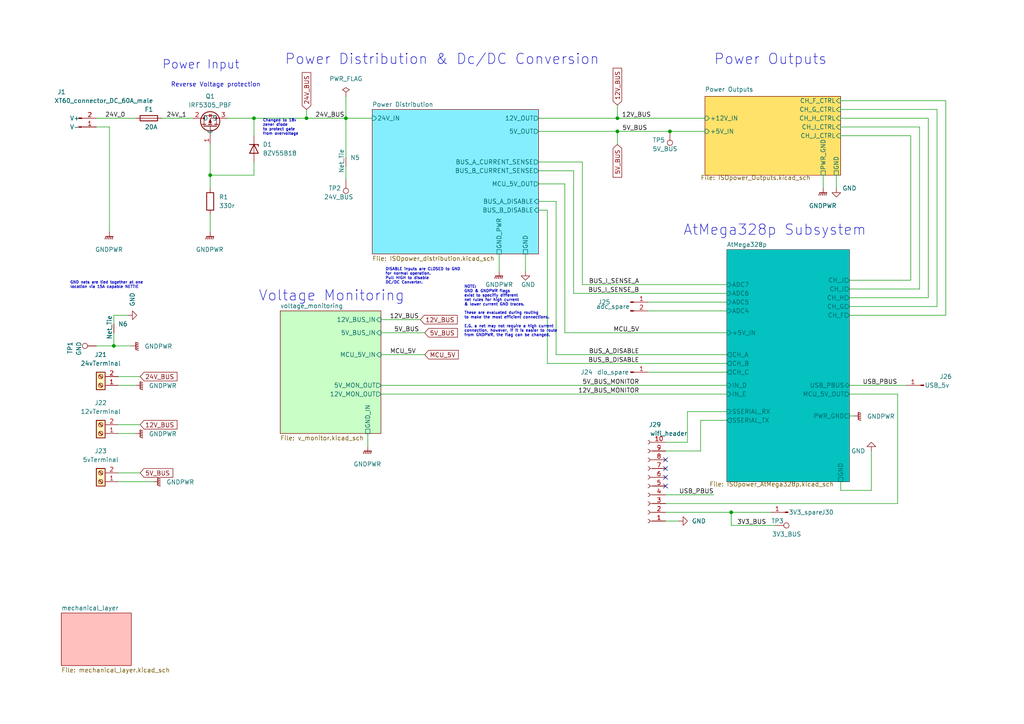
<source format=kicad_sch>
(kicad_sch (version 20211123) (generator eeschema)
  (paper "A4")
  (lib_symbols
    (symbol "000_Connectors_Immo:XT60_connector_DC_60A_male" (pin_names (offset 1.016))
      (property "Reference" "J?" (at 1.27 6.35 0))
      (property "Value" "XT60_connector_DC_60A_male" (at 8.89 3.81 0))
      (symbol "XT60_connector_DC_60A_male_1_1"
        (polyline (pts (xy 1.27 -2.54) (xy 0.8636 -2.54)) (stroke (width 0.1524)))
        (polyline (pts (xy 1.27 0) (xy 0.8636 0)) (stroke (width 0.1524)))
        (rectangle (start 0.8636 -2.413) (end 0 -2.667) (stroke (width 0.1524)) (fill (type outline)))
        (rectangle (start 0.8636 0.127) (end 0 -0.127) (stroke (width 0.1524)) (fill (type outline)))
        (pin passive line (at 5.08 0 180) (length 3.81) (name "V-") (number "1"))
        (pin passive line (at 5.08 -2.54 180) (length 3.81) (name "V+") (number "2"))
      )
    )
    (symbol "000_MOSFET_Immo:IRF5305_PBF"
      (property "Reference" "Q?" (at 0 10.16 90))
      (property "Value" "IRF5305_PBF" (at 5.08 8.89 90))
      (symbol "IRF5305_PBF_0_1"
        (polyline (pts (xy 0.254 0) (xy -2.54 0)))
        (polyline (pts (xy 0.254 1.905) (xy 0.254 -1.905)) (stroke (width 0.254)))
        (polyline (pts (xy 0.762 -1.27) (xy 0.762 -2.286)) (stroke (width 0.254)))
        (polyline (pts (xy 0.762 0.508) (xy 0.762 -0.508)) (stroke (width 0.254)))
        (polyline (pts (xy 0.762 2.286) (xy 0.762 1.27)) (stroke (width 0.254)))
        (polyline (pts (xy 2.54 2.54) (xy 2.54 1.778)))
        (polyline (pts (xy 2.54 -2.54) (xy 2.54 0) (xy 0.762 0)))
        (polyline (pts (xy 0.762 1.778) (xy 3.302 1.778) (xy 3.302 -1.778) (xy 0.762 -1.778)))
        (polyline (pts (xy 2.286 0) (xy 1.27 0.381) (xy 1.27 -0.381) (xy 2.286 0)) (fill (type outline)))
        (polyline (pts (xy 2.794 -0.508) (xy 2.921 -0.381) (xy 3.683 -0.381) (xy 3.81 -0.254)))
        (polyline (pts (xy 3.302 -0.381) (xy 2.921 0.254) (xy 3.683 0.254) (xy 3.302 -0.381)))
        (circle (center 1.651 0) (radius 2.794) (stroke (width 0.254)))
        (circle (center 2.54 -1.778) (radius 0.254) (fill (type outline)))
        (circle (center 2.54 1.778) (radius 0.254) (fill (type outline)))
      )
      (symbol "IRF5305_PBF_1_1"
        (pin input line (at -5.08 0 0) (length 2.54) (name "G") (number "1"))
        (pin passive line (at 2.54 5.08 270) (length 2.54) (name "D") (number "2"))
        (pin passive line (at 2.54 -5.08 90) (length 2.54) (name "S") (number "3"))
      )
    )
    (symbol "000_Pin_Headers_Immo:Conn_01x01_Male" (pin_names (offset 1.016) hide)
      (property "Reference" "J" (at 0 2.54 0))
      (property "Value" "Conn_01x01_Male" (at 0 -2.54 0))
      (symbol "Conn_01x01_Male_1_1"
        (polyline (pts (xy 1.27 0) (xy 0.8636 0)) (stroke (width 0.1524)))
        (rectangle (start 0.8636 0.127) (end 0 -0.127) (stroke (width 0.1524)) (fill (type outline)))
        (pin passive line (at 5.08 0 180) (length 3.81) (name "Pin_1") (number "1"))
      )
    )
    (symbol "000_Pin_Headers_Immo:Conn_01x02_Male" (pin_names (offset 1.016) hide)
      (property "Reference" "J" (at 0 2.54 0))
      (property "Value" "Conn_01x02_Male" (at 0 -5.08 0))
      (symbol "Conn_01x02_Male_1_1"
        (polyline (pts (xy 1.27 -2.54) (xy 0.8636 -2.54)) (stroke (width 0.1524)))
        (polyline (pts (xy 1.27 0) (xy 0.8636 0)) (stroke (width 0.1524)))
        (rectangle (start 0.8636 -2.413) (end 0 -2.667) (stroke (width 0.1524)) (fill (type outline)))
        (rectangle (start 0.8636 0.127) (end 0 -0.127) (stroke (width 0.1524)) (fill (type outline)))
        (pin passive line (at 5.08 0 180) (length 3.81) (name "Pin_1") (number "1"))
        (pin passive line (at 5.08 -2.54 180) (length 3.81) (name "Pin_2") (number "2"))
      )
    )
    (symbol "000_Protection_Immo:Fuse" (pin_numbers hide) (pin_names (offset 0))
      (property "Reference" "F" (at 2.032 0 90))
      (property "Value" "Fuse" (at -1.905 0 90))
      (symbol "Fuse_0_1"
        (rectangle (start -0.762 -2.54) (end 0.762 2.54) (stroke (width 0.254)))
        (polyline (pts (xy 0 2.54) (xy 0 -2.54)))
      )
      (symbol "Fuse_1_1"
        (pin passive line (at 0 3.81 270) (length 1.27) (name "~") (number "1"))
        (pin passive line (at 0 -3.81 90) (length 1.27) (name "~") (number "2"))
      )
    )
    (symbol "000_Resistors_Immo:Resistor_0805" (pin_numbers hide) (pin_names (offset 0))
      (property "Reference" "R?" (at 2.54 1.2701 0))
      (property "Value" "Resistor_0805" (at 2.54 -1.2699 0))
      (symbol "Resistor_0805_0_1"
        (rectangle (start -1.016 -2.54) (end 1.016 2.54) (stroke (width 0.254)))
      )
      (symbol "Resistor_0805_1_1"
        (pin passive line (at 0 3.81 270) (length 1.27) (name "~") (number "1"))
        (pin passive line (at 0 -3.81 90) (length 1.27) (name "~") (number "2"))
      )
    )
    (symbol "000_Utility_Immo:Net_Tie" (pin_numbers hide) (pin_names (offset 0) hide) (in_bom no)
      (property "Reference" "N" (at 0 5.08 0))
      (property "Value" "Net_Tie" (at 0 2.794 0))
      (symbol "Net_Tie_1_1"
        (pin passive line (at -1.27 0 0) (length 1.27) (name "A") (number "1"))
        (pin passive line (at 1.27 0 180) (length 1.27) (name "C") (number "2"))
      )
    )
    (symbol "000_Utility_Immo:pwr_tie" (pin_numbers hide) (pin_names (offset 0) hide) (in_bom no)
      (property "Reference" "N" (at 0 5.08 0))
      (property "Value" "pwr_tie" (at 0 2.794 0))
      (symbol "pwr_tie_1_1"
        (pin passive line (at -1.27 0 0) (length 1.27) (name "A") (number "1"))
        (pin passive line (at 1.27 0 180) (length 1.27) (name "C") (number "2"))
      )
    )
    (symbol "Connector:Conn_01x10_Female" (pin_names (offset 1.016) hide)
      (property "Reference" "J" (at 0 12.7 0))
      (property "Value" "Conn_01x10_Female" (at 0 -15.24 0))
      (symbol "Conn_01x10_Female_1_1"
        (arc (start 0 -12.192) (mid -0.508 -12.7) (end 0 -13.208) (stroke (width 0.1524)))
        (arc (start 0 -9.652) (mid -0.508 -10.16) (end 0 -10.668) (stroke (width 0.1524)))
        (arc (start 0 -7.112) (mid -0.508 -7.62) (end 0 -8.128) (stroke (width 0.1524)))
        (arc (start 0 -4.572) (mid -0.508 -5.08) (end 0 -5.588) (stroke (width 0.1524)))
        (arc (start 0 -2.032) (mid -0.508 -2.54) (end 0 -3.048) (stroke (width 0.1524)))
        (polyline (pts (xy -1.27 -12.7) (xy -0.508 -12.7)) (stroke (width 0.1524)))
        (polyline (pts (xy -1.27 -10.16) (xy -0.508 -10.16)) (stroke (width 0.1524)))
        (polyline (pts (xy -1.27 -7.62) (xy -0.508 -7.62)) (stroke (width 0.1524)))
        (polyline (pts (xy -1.27 -5.08) (xy -0.508 -5.08)) (stroke (width 0.1524)))
        (polyline (pts (xy -1.27 -2.54) (xy -0.508 -2.54)) (stroke (width 0.1524)))
        (polyline (pts (xy -1.27 0) (xy -0.508 0)) (stroke (width 0.1524)))
        (polyline (pts (xy -1.27 2.54) (xy -0.508 2.54)) (stroke (width 0.1524)))
        (polyline (pts (xy -1.27 5.08) (xy -0.508 5.08)) (stroke (width 0.1524)))
        (polyline (pts (xy -1.27 7.62) (xy -0.508 7.62)) (stroke (width 0.1524)))
        (polyline (pts (xy -1.27 10.16) (xy -0.508 10.16)) (stroke (width 0.1524)))
        (arc (start 0 0.508) (mid -0.508 0) (end 0 -0.508) (stroke (width 0.1524)))
        (arc (start 0 3.048) (mid -0.508 2.54) (end 0 2.032) (stroke (width 0.1524)))
        (arc (start 0 5.588) (mid -0.508 5.08) (end 0 4.572) (stroke (width 0.1524)))
        (arc (start 0 8.128) (mid -0.508 7.62) (end 0 7.112) (stroke (width 0.1524)))
        (arc (start 0 10.668) (mid -0.508 10.16) (end 0 9.652) (stroke (width 0.1524)))
        (pin passive line (at -5.08 10.16 0) (length 3.81) (name "Pin_1") (number "1"))
        (pin passive line (at -5.08 -12.7 0) (length 3.81) (name "Pin_10") (number "10"))
        (pin passive line (at -5.08 7.62 0) (length 3.81) (name "Pin_2") (number "2"))
        (pin passive line (at -5.08 5.08 0) (length 3.81) (name "Pin_3") (number "3"))
        (pin passive line (at -5.08 2.54 0) (length 3.81) (name "Pin_4") (number "4"))
        (pin passive line (at -5.08 0 0) (length 3.81) (name "Pin_5") (number "5"))
        (pin passive line (at -5.08 -2.54 0) (length 3.81) (name "Pin_6") (number "6"))
        (pin passive line (at -5.08 -5.08 0) (length 3.81) (name "Pin_7") (number "7"))
        (pin passive line (at -5.08 -7.62 0) (length 3.81) (name "Pin_8") (number "8"))
        (pin passive line (at -5.08 -10.16 0) (length 3.81) (name "Pin_9") (number "9"))
      )
    )
    (symbol "Connector:Screw_Terminal_01x02" (pin_names (offset 1.016) hide)
      (property "Reference" "J" (at 0 2.54 0))
      (property "Value" "Screw_Terminal_01x02" (at 0 -5.08 0))
      (symbol "Screw_Terminal_01x02_1_1"
        (rectangle (start -1.27 1.27) (end 1.27 -3.81) (stroke (width 0.254)) (fill (type background)))
        (circle (center 0 -2.54) (radius 0.635) (stroke (width 0.1524)))
        (polyline (pts (xy -0.5334 -2.2098) (xy 0.3302 -3.048)) (stroke (width 0.1524)))
        (polyline (pts (xy -0.5334 0.3302) (xy 0.3302 -0.508)) (stroke (width 0.1524)))
        (polyline (pts (xy -0.3556 -2.032) (xy 0.508 -2.8702)) (stroke (width 0.1524)))
        (polyline (pts (xy -0.3556 0.508) (xy 0.508 -0.3302)) (stroke (width 0.1524)))
        (circle (center 0 0) (radius 0.635) (stroke (width 0.1524)))
        (pin passive line (at -5.08 0 0) (length 3.81) (name "Pin_1") (number "1"))
        (pin passive line (at -5.08 -2.54 0) (length 3.81) (name "Pin_2") (number "2"))
      )
    )
    (symbol "Connector:TestPoint" (pin_numbers hide) (pin_names (offset 0.762) hide)
      (property "Reference" "TP" (at 0 6.858 0))
      (property "Value" "TestPoint" (at 0 5.08 0))
      (symbol "TestPoint_0_1"
        (circle (center 0 3.302) (radius 0.762))
      )
      (symbol "TestPoint_1_1"
        (pin passive line (at 0 0 90) (length 2.54) (name "1") (number "1"))
      )
    )
    (symbol "Diode:BZV55B18" (pin_numbers hide) (pin_names (offset 1.016) hide)
      (property "Reference" "D" (at 0 2.54 0))
      (property "Value" "BZV55B18" (at 0 -2.54 0))
      (symbol "BZV55B18_0_1"
        (polyline (pts (xy 1.27 0) (xy -1.27 0)))
        (polyline (pts (xy -1.27 -1.27) (xy -1.27 1.27) (xy -0.762 1.27)) (stroke (width 0.254)))
        (polyline (pts (xy 1.27 -1.27) (xy 1.27 1.27) (xy -1.27 0) (xy 1.27 -1.27)) (stroke (width 0.254)))
      )
      (symbol "BZV55B18_1_1"
        (pin passive line (at -3.81 0 0) (length 2.54) (name "K") (number "1"))
        (pin passive line (at 3.81 0 180) (length 2.54) (name "A") (number "2"))
      )
    )
    (symbol "power:GND" (power) (pin_names (offset 0))
      (property "Value" "GND" (at 0 -3.81 0))
      (symbol "GND_0_1"
        (polyline (pts (xy 0 0) (xy 0 -1.27) (xy 1.27 -1.27) (xy 0 -2.54) (xy -1.27 -1.27) (xy 0 -1.27)))
      )
      (symbol "GND_1_1"
        (pin power_in line (at 0 0 270) (length 0) hide (name "GND") (number "1"))
      )
    )
    (symbol "power:GNDPWR" (power) (pin_names (offset 0))
      (property "Value" "GNDPWR" (at 0 -3.302 0))
      (symbol "GNDPWR_0_1"
        (polyline (pts (xy 0 -1.27) (xy 0 0)))
        (polyline (pts (xy -1.016 -1.27) (xy -1.27 -2.032) (xy -1.27 -2.032)) (stroke (width 0.2032)))
        (polyline (pts (xy -0.508 -1.27) (xy -0.762 -2.032) (xy -0.762 -2.032)) (stroke (width 0.2032)))
        (polyline (pts (xy 0 -1.27) (xy -0.254 -2.032) (xy -0.254 -2.032)) (stroke (width 0.2032)))
        (polyline (pts (xy 0.508 -1.27) (xy 0.254 -2.032) (xy 0.254 -2.032)) (stroke (width 0.2032)))
        (polyline (pts (xy 1.016 -1.27) (xy -1.016 -1.27) (xy -1.016 -1.27)) (stroke (width 0.2032)))
        (polyline (pts (xy 1.016 -1.27) (xy 0.762 -2.032) (xy 0.762 -2.032) (xy 0.762 -2.032)) (stroke (width 0.2032)))
      )
      (symbol "GNDPWR_1_1"
        (pin power_in line (at 0 0 270) (length 0) hide (name "GNDPWR") (number "1"))
      )
    )
    (symbol "power:PWR_FLAG" (power) (pin_numbers hide) (pin_names (offset 0) hide)
      (property "Value" "PWR_FLAG" (at 0 3.81 0))
      (symbol "PWR_FLAG_0_0"
        (pin power_out line (at 0 0 90) (length 0) (name "pwr") (number "1"))
      )
      (symbol "PWR_FLAG_0_1"
        (polyline (pts (xy 0 0) (xy 0 1.27) (xy -1.016 1.905) (xy 0 2.54) (xy 1.016 1.905) (xy 0 1.27)))
      )
    )
  )
  (junction (at 100.33 34.29))
  (junction (at 179.07 38.1))
  (junction (at 33.02 100.33))
  (junction (at 60.96 50.8))
  (junction (at 194.31 38.1))
  (junction (at 212.09 148.59))
  (junction (at 179.07 34.29))
  (junction (at 73.66 34.29))
  (junction (at 88.9 34.29))
  (no_connect (at 193.04 135.89))
  (no_connect (at 193.04 133.35))
  (no_connect (at 193.04 138.43))
  (no_connect (at 193.04 140.97))
  (wire (pts (xy 100.33 27.94) (xy 100.33 34.29)))
  (wire (pts (xy 260.35 114.3) (xy 260.35 146.05)))
  (wire (pts (xy 161.29 102.87) (xy 210.82 102.87)))
  (wire (pts (xy 88.9 31.75) (xy 88.9 34.29)))
  (wire (pts (xy 46.99 34.29) (xy 55.88 34.29)))
  (wire (pts (xy 144.78 73.66) (xy 144.78 78.74)))
  (wire (pts (xy 246.38 111.76) (xy 262.89 111.76)))
  (wire (pts (xy 271.78 31.75) (xy 271.78 88.9)))
  (wire (pts (xy 110.49 114.3) (xy 210.82 114.3)))
  (wire (pts (xy 243.84 29.21) (xy 274.32 29.21)))
  (wire (pts (xy 193.04 146.05) (xy 260.35 146.05)))
  (wire (pts (xy 246.38 114.3) (xy 260.35 114.3)))
  (wire (pts (xy 39.37 125.73) (xy 34.29 125.73)))
  (wire (pts (xy 187.96 87.63) (xy 210.82 87.63)))
  (wire (pts (xy 110.49 111.76) (xy 210.82 111.76)))
  (wire (pts (xy 34.29 139.7) (xy 44.45 139.7)))
  (wire (pts (xy 203.2 130.81) (xy 203.2 121.92)))
  (wire (pts (xy 34.29 123.19) (xy 40.64 123.19)))
  (wire (pts (xy 100.33 48.26) (xy 100.33 52.07)))
  (wire (pts (xy 194.31 38.1) (xy 204.47 38.1)))
  (wire (pts (xy 243.84 142.24) (xy 243.84 139.7)))
  (wire (pts (xy 27.94 36.83) (xy 31.75 36.83)))
  (wire (pts (xy 252.73 130.81) (xy 252.73 142.24)))
  (wire (pts (xy 73.66 46.99) (xy 73.66 50.8)))
  (wire (pts (xy 179.07 34.29) (xy 204.47 34.29)))
  (wire (pts (xy 203.2 121.92) (xy 210.82 121.92)))
  (wire (pts (xy 269.24 86.36) (xy 269.24 34.29)))
  (wire (pts (xy 110.49 92.71) (xy 121.92 92.71)))
  (wire (pts (xy 66.04 34.29) (xy 73.66 34.29)))
  (wire (pts (xy 212.09 148.59) (xy 223.52 148.59)))
  (wire (pts (xy 161.29 102.87) (xy 161.29 58.42)))
  (wire (pts (xy 179.07 38.1) (xy 179.07 41.91)))
  (wire (pts (xy 38.1 100.33) (xy 33.02 100.33)))
  (wire (pts (xy 156.21 49.53) (xy 166.37 49.53)))
  (wire (pts (xy 27.94 100.33) (xy 33.02 100.33)))
  (wire (pts (xy 60.96 62.23) (xy 60.96 67.31)))
  (wire (pts (xy 163.83 53.34) (xy 163.83 96.52)))
  (wire (pts (xy 246.38 83.82) (xy 266.7 83.82)))
  (wire (pts (xy 193.04 130.81) (xy 203.2 130.81)))
  (wire (pts (xy 34.29 109.22) (xy 40.64 109.22)))
  (wire (pts (xy 158.75 105.41) (xy 158.75 60.96)))
  (wire (pts (xy 243.84 142.24) (xy 252.73 142.24)))
  (wire (pts (xy 193.04 148.59) (xy 212.09 148.59)))
  (wire (pts (xy 187.96 107.95) (xy 210.82 107.95)))
  (wire (pts (xy 100.33 34.29) (xy 100.33 45.72)))
  (wire (pts (xy 88.9 34.29) (xy 100.33 34.29)))
  (wire (pts (xy 60.96 50.8) (xy 60.96 54.61)))
  (wire (pts (xy 73.66 34.29) (xy 88.9 34.29)))
  (wire (pts (xy 33.02 91.44) (xy 37.1382 91.44)))
  (wire (pts (xy 187.96 90.17) (xy 210.82 90.17)))
  (wire (pts (xy 27.94 34.29) (xy 39.37 34.29)))
  (wire (pts (xy 266.7 36.83) (xy 243.84 36.83)))
  (wire (pts (xy 193.04 143.51) (xy 207.01 143.51)))
  (wire (pts (xy 156.21 46.99) (xy 168.91 46.99)))
  (wire (pts (xy 31.75 36.83) (xy 31.75 67.31)))
  (wire (pts (xy 156.21 38.1) (xy 179.07 38.1)))
  (wire (pts (xy 246.38 88.9) (xy 271.78 88.9)))
  (wire (pts (xy 199.39 128.27) (xy 199.39 119.38)))
  (wire (pts (xy 264.16 81.28) (xy 264.16 39.37)))
  (wire (pts (xy 110.49 102.87) (xy 123.19 102.87)))
  (wire (pts (xy 199.39 119.38) (xy 210.82 119.38)))
  (wire (pts (xy 156.21 34.29) (xy 179.07 34.29)))
  (wire (pts (xy 60.96 41.91) (xy 60.96 50.8)))
  (wire (pts (xy 152.4 73.66) (xy 152.4 78.74)))
  (wire (pts (xy 266.7 36.83) (xy 266.7 83.82)))
  (wire (pts (xy 246.38 81.28) (xy 264.16 81.28)))
  (wire (pts (xy 224.79 152.4) (xy 212.09 152.4)))
  (wire (pts (xy 158.75 60.96) (xy 156.21 60.96)))
  (wire (pts (xy 156.21 53.34) (xy 163.83 53.34)))
  (wire (pts (xy 33.02 93.98) (xy 33.02 91.44)))
  (wire (pts (xy 274.32 29.21) (xy 274.32 91.44)))
  (wire (pts (xy 246.38 120.65) (xy 247.65 120.65)))
  (wire (pts (xy 193.04 151.13) (xy 196.85 151.13)))
  (wire (pts (xy 179.07 34.29) (xy 179.07 30.48)))
  (wire (pts (xy 34.29 137.16) (xy 40.64 137.16)))
  (wire (pts (xy 33.02 96.52) (xy 33.02 100.33)))
  (wire (pts (xy 243.84 34.29) (xy 269.24 34.29)))
  (wire (pts (xy 163.83 96.52) (xy 210.82 96.52)))
  (wire (pts (xy 100.33 34.29) (xy 107.95 34.29)))
  (wire (pts (xy 168.91 82.55) (xy 168.91 46.99)))
  (wire (pts (xy 158.75 105.41) (xy 210.82 105.41)))
  (wire (pts (xy 264.16 39.37) (xy 243.84 39.37)))
  (wire (pts (xy 166.37 85.09) (xy 166.37 49.53)))
  (wire (pts (xy 73.66 50.8) (xy 60.96 50.8)))
  (wire (pts (xy 193.04 128.27) (xy 199.39 128.27)))
  (wire (pts (xy 271.78 31.75) (xy 243.84 31.75)))
  (wire (pts (xy 242.57 54.61) (xy 242.57 50.8)))
  (wire (pts (xy 179.07 38.1) (xy 194.31 38.1)))
  (wire (pts (xy 106.68 125.73) (xy 106.68 129.54)))
  (wire (pts (xy 39.37 111.76) (xy 34.29 111.76)))
  (wire (pts (xy 212.09 148.59) (xy 212.09 152.4)))
  (wire (pts (xy 73.66 34.29) (xy 73.66 39.37)))
  (wire (pts (xy 166.37 85.09) (xy 210.82 85.09)))
  (wire (pts (xy 238.76 50.8) (xy 238.76 54.61)))
  (wire (pts (xy 168.91 82.55) (xy 210.82 82.55)))
  (wire (pts (xy 246.38 86.36) (xy 269.24 86.36)))
  (wire (pts (xy 156.21 58.42) (xy 161.29 58.42)))
  (wire (pts (xy 246.38 91.44) (xy 274.32 91.44)))
  (wire (pts (xy 110.49 96.52) (xy 123.19 96.52)))
  (text "Power Outputs" (at 207.01 19.05 0) (effects (font (size 3 3)) (justify left bottom)))
  (text "Reverse Voltage protection" (at 49.53 25.4 0) (effects (font (size 1.27 1.27)) (justify left bottom)))
  (text "AtMega328p Subsystem" (at 198.12 68.58 0) (effects (font (size 3 3)) (justify left bottom)))
  (text "Power Distribution & Dc/DC Conversion" (at 82.55 19.05 0) (effects (font (size 3 3)) (justify left bottom)))
  (text "Power Input" (at 46.99 20.32 0) (effects (font (size 2.5 2.5)) (justify left bottom)))
  (text "Voltage Monitoring" (at 74.93 87.63 0) (effects (font (size 3 3)) (justify left bottom)))
  (text "DISABLE inputs are CLOSED to GND\nfor normal operation.\nPull HIGH to disable\nDC/DC Converter.\n\n" (at 111.76 83.82 0) (effects (font (size 0.8 0.8)) (justify left bottom)))
  (text "NOTE:\nGND & GNDPWR flags\nexist to specifiy different \nnet rules for high current\n& lower current GND traces.\n" (at 134.62 88.9 0) (effects (font (size 0.8 0.8)) (justify left bottom)))
  (text "Changed to 18v\nzener diode\nto protect gate\nfrom overvoltage" (at 76.2 39.37 0) (effects (font (size 0.8 0.8)) (justify left bottom)))
  (text "These are evaluated during routing\nto make the most efficient connections.\n\nE.G, a net may not require a high current\nconnection, however, if it is easier to route \nfrom GNDPWR, the flag can be changed." (at 134.62 97.79 0) (effects (font (size 0.8 0.8)) (justify left bottom)))
  (text "GND nets are tied together at one\nlocation via 15A capable NETTIE" (at 20.32 83.82 0) (effects (font (size 0.8 0.8)) (justify left bottom)))
  (label "12V_BUS" (at 180.34 34.29 0))
  (label "USB_PBUS" (at 207.01 143.51 180))
  (label "5V_BUS" (at 114.3 96.52 0))
  (label "BUS_B_DISABLE" (at 185.42 105.41 180))
  (label "24V_BUS" (at 91.44 34.29 0))
  (label "5V_BUS" (at 180.4597 38.1 0))
  (label "24V_1" (at 48.26 34.29 0))
  (label "USB_PBUS" (at 250.19 111.76 0))
  (label "24V_0" (at 30.48 34.29 0))
  (label "BUS_I_SENSE_B" (at 185.42 85.09 180))
  (label "MCU_5V" (at 120.65 102.87 180))
  (label "12V_BUS" (at 113.03 92.71 0))
  (label "BUS_A_DISABLE" (at 185.42 102.87 180))
  (label "12V_BUS_MONITOR" (at 185.42 114.3 180))
  (label "5V_BUS_MONITOR" (at 185.42 111.76 180))
  (label "MCU_5V" (at 185.42 96.52 180))
  (label "3V3_BUS" (at 222.25 152.4 180))
  (label "BUS_I_SENSE_A" (at 185.42 82.55 180))
  (global_label "24V_BUS" (shape input) (at 88.9 31.75 90) (property "Intersheet References" "${INTERSHEET_REFS}" (effects hide)))
  (global_label "12V_BUS" (shape input) (at 179.07 30.48 90) (property "Intersheet References" "${INTERSHEET_REFS}" (effects hide)))
  (global_label "MCU_5V" (shape input) (at 123.19 102.87 0) (property "Intersheet References" "${INTERSHEET_REFS}" (effects hide)))
  (global_label "5V_BUS" (shape input) (at 40.64 137.16 0) (property "Intersheet References" "${INTERSHEET_REFS}" (effects hide)))
  (global_label "12V_BUS" (shape input) (at 121.92 92.71 0) (property "Intersheet References" "${INTERSHEET_REFS}" (effects hide)))
  (global_label "12V_BUS" (shape input) (at 40.64 123.19 0) (property "Intersheet References" "${INTERSHEET_REFS}" (effects hide)))
  (global_label "24V_BUS" (shape input) (at 40.64 109.22 0) (property "Intersheet References" "${INTERSHEET_REFS}" (effects hide)))
  (global_label "5V_BUS" (shape input) (at 123.19 96.52 0) (property "Intersheet References" "${INTERSHEET_REFS}" (effects hide)))
  (global_label "5V_BUS" (shape input) (at 179.07 41.91 270) (property "Intersheet References" "${INTERSHEET_REFS}" (effects hide)))
  (symbol (lib_id "Connector:TestPoint") (at 100.33 52.07 180) (unit 1)
    (property "Reference" "TP2" (at 95.25 54.61 0) (effects (justify right)))
    (property "Value" "24V_BUS" (at 93.98 57.15 0) (effects (justify right)))
    (property "Footprint" "TestPoint:TestPoint_Pad_D1.5mm" (effects hide))
  )
  (symbol (lib_id "Connector:Screw_Terminal_01x02") (at 29.21 111.76 180) (unit 1)
    (property "Reference" "J21" (at 29.21 102.87 0))
    (property "Value" "24vTerminal" (at 29.21 105.41 0))
    (property "Footprint" "TerminalBlock:TerminalBlock_Altech_AK300-2_P5.00mm" (effects hide))
  )
  (symbol (lib_id "power:GNDPWR") (at 60.96 67.31 0) (unit 1)
    (property "Reference" "#PWR0101" (effects hide))
    (property "Value" "GNDPWR" (at 60.833 72.39 0))
  )
  (symbol (lib_id "Connector:Screw_Terminal_01x02") (at 29.21 139.7 180) (unit 1)
    (property "Reference" "J23" (at 29.21 130.81 0))
    (property "Value" "5vTerminal" (at 29.21 133.35 0))
    (property "Footprint" "TerminalBlock:TerminalBlock_Altech_AK300-2_P5.00mm" (effects hide))
  )
  (symbol (lib_id "000_Protection_Immo:Fuse") (at 43.18 34.29 90) (unit 1)
    (property "Reference" "F1" (at 44.45 31.75 90) (effects (justify left)))
    (property "Value" "20A" (at 45.72 36.83 90) (effects (justify left)))
    (property "Footprint" "Fuse:Fuseholder_Cylinder-5x20mm_Stelvio-Kontek_PTF78_Horizontal_Open" (effects hide))
  )
  (symbol (lib_id "power:GND") (at 152.4 78.74 0) (unit 1)
    (property "Reference" "#PWR0115" (effects hide))
    (property "Value" "GND" (at 151.13 82.55 0) (effects (justify left)))
  )
  (symbol (lib_id "power:PWR_FLAG") (at 100.33 27.94 0) (unit 1)
    (property "Reference" "#FLG01" (effects hide))
    (property "Value" "PWR_FLAG" (at 100.33 22.86 0))
  )
  (symbol (lib_id "000_Pin_Headers_Immo:Conn_01x01_Male") (at 267.97 111.76 180) (unit 1)
    (property "Reference" "J26" (at 274.32 109.22 0))
    (property "Value" "USB_5v" (at 271.78 111.76 0))
    (property "Footprint" "Connector_PinHeader_1.27mm:PinHeader_1x01_P1.27mm_Vertical" (effects hide))
  )
  (symbol (lib_id "power:GNDPWR") (at 38.1 100.33 90) (unit 1)
    (property "Reference" "#PWR0110" (effects hide))
    (property "Value" "GNDPWR" (at 41.91 100.4569 90) (effects (justify right)))
  )
  (symbol (lib_id "Connector:TestPoint") (at 224.79 152.4 270) (unit 1)
    (property "Reference" "TP3" (at 227.33 151.13 90) (effects (justify right)))
    (property "Value" "3V3_BUS" (at 232.41 154.94 90) (effects (justify right)))
    (property "Footprint" "TestPoint:TestPoint_Pad_D1.5mm" (effects hide))
  )
  (symbol (lib_id "000_Pin_Headers_Immo:Conn_01x02_Male") (at 182.88 87.63 0) (unit 1)
    (property "Reference" "J25" (at 175.26 87.63 0))
    (property "Value" "adc_spare" (at 177.8 88.9 0))
    (property "Footprint" "Connector_PinHeader_1.27mm:PinHeader_1x02_P1.27mm_Vertical" (effects hide))
  )
  (symbol (lib_id "000_Connectors_Immo:XT60_connector_DC_60A_male") (at 22.86 36.83 0) (mirror x) (unit 1)
    (property "Reference" "J1" (at 19.05 26.67 0) (effects (justify right)))
    (property "Value" "XT60_connector_DC_60A_male" (at 44.45 29.21 0) (effects (justify right)))
    (property "Footprint" "Connector_AMASS:AMASS_XT60PW-M" (effects hide))
  )
  (symbol (lib_id "000_Utility_Immo:pwr_tie") (at 33.02 95.25 90) (unit 1) (in_bom no)
    (property "Reference" "N6" (at 34.29 93.9799 90) (effects (justify right)))
    (property "Value" "Net_Tie" (at 31.75 91.44 0) (effects (justify right)))
    (property "Footprint" "NetTie:NetTie-8-15A_1oz_2oz" (effects hide))
  )
  (symbol (lib_id "power:GNDPWR") (at 31.75 67.31 0) (unit 1)
    (property "Reference" "#PWR0107" (effects hide))
    (property "Value" "GNDPWR" (at 31.623 72.39 0))
  )
  (symbol (lib_id "power:GNDPWR") (at 39.37 125.73 90) (unit 1)
    (property "Reference" "#PWR0112" (effects hide))
    (property "Value" "GNDPWR" (at 43.18 125.8569 90) (effects (justify right)))
  )
  (symbol (lib_id "power:GNDPWR") (at 44.45 139.7 90) (unit 1)
    (property "Reference" "#PWR0113" (effects hide))
    (property "Value" "GNDPWR" (at 48.26 139.8269 90) (effects (justify right)))
  )
  (symbol (lib_id "power:GNDPWR") (at 144.78 78.74 0) (unit 1)
    (property "Reference" "#PWR0109" (effects hide))
    (property "Value" "GNDPWR" (at 144.78 82.55 0))
  )
  (symbol (lib_id "000_Pin_Headers_Immo:Conn_01x01_Male") (at 228.6 148.59 180) (unit 1)
    (property "Reference" "J30" (at 240.03 148.59 0))
    (property "Value" "3V3_spare" (at 233.68 148.59 0))
    (property "Footprint" "Connector_PinHeader_1.27mm:PinHeader_1x01_P1.27mm_Vertical" (effects hide))
  )
  (symbol (lib_id "power:GND") (at 242.57 54.61 0) (unit 1)
    (property "Reference" "#PWR0102" (effects hide))
    (property "Value" "GND" (at 246.38 54.61 0))
  )
  (symbol (lib_id "000_Utility_Immo:Net_Tie") (at 100.33 46.99 90) (unit 1) (in_bom no)
    (property "Reference" "N5" (at 101.6 45.7199 90) (effects (justify right)))
    (property "Value" "Net_Tie" (at 99.06 43.18 0) (effects (justify right)))
    (property "Footprint" "NetTie:NetTie-2_SMD_Pad0.5mm" (effects hide))
  )
  (symbol (lib_id "power:GNDPWR") (at 106.68 129.54 0) (unit 1)
    (property "Reference" "#PWR0114" (effects hide))
    (property "Value" "GNDPWR" (at 106.553 134.62 0))
  )
  (symbol (lib_id "000_MOSFET_Immo:IRF5305_PBF") (at 60.96 36.83 90) (unit 1)
    (property "Reference" "Q1" (at 60.96 27.94 90))
    (property "Value" "IRF5305_PBF" (at 60.96 30.48 90))
    (property "Footprint" "Package_TO_SOT_SMD:TO-263-2" (effects hide))
    (property "Datasheet" "http://www.infineon.com/dgdl/irf4905.pdf?fileId=5546d462533600a4015355e32165197c" (effects hide))
  )
  (symbol (lib_id "Connector:TestPoint") (at 194.31 38.1 180) (unit 1)
    (property "Reference" "TP5" (at 189.23 40.64 0) (effects (justify right)))
    (property "Value" "5V_BUS" (at 189.23 43.18 0) (effects (justify right)))
    (property "Footprint" "TestPoint:TestPoint_Pad_D1.5mm" (effects hide))
  )
  (symbol (lib_id "000_Resistors_Immo:Resistor_0805") (at 60.96 58.42 0) (unit 1)
    (property "Reference" "R1" (at 63.5 57.1499 0) (effects (justify left)))
    (property "Value" "330r" (at 63.5 59.6899 0) (effects (justify left)))
    (property "Footprint" "Resistor_SMD:R_0805_2012Metric_Pad1.20x1.40mm_HandSolder" (effects hide))
  )
  (symbol (lib_id "Connector:Conn_01x10_Female") (at 187.96 140.97 180) (unit 1)
    (property "Reference" "J29" (at 191.77 123.19 0) (effects (justify left)))
    (property "Value" "wifi_header" (at 199.39 125.73 0) (effects (justify left)))
    (property "Footprint" "Connector_PinSocket_1.27mm:PinSocket_1x10_P1.27mm_Vertical" (effects hide))
  )
  (symbol (lib_id "power:GND") (at 37.1382 91.44 90) (unit 1)
    (property "Reference" "#PWR01" (effects hide))
    (property "Value" "GND" (at 38.4081 88.9 0) (effects (justify left)))
  )
  (symbol (lib_id "power:GNDPWR") (at 247.65 120.65 90) (unit 1)
    (property "Reference" "#PWR0116" (effects hide))
    (property "Value" "GNDPWR" (at 251.46 120.7769 90) (effects (justify right)))
  )
  (symbol (lib_id "Connector:TestPoint") (at 27.94 100.33 90) (unit 1)
    (property "Reference" "TP1" (at 20.32 99.06 0) (effects (justify right)))
    (property "Value" "GND" (at 22.86 99.06 0) (effects (justify right)))
    (property "Footprint" "TestPoint:TestPoint_Pad_D1.5mm" (effects hide))
  )
  (symbol (lib_id "power:GND") (at 252.73 130.81 180) (unit 1)
    (property "Reference" "#PWR07" (effects hide))
    (property "Value" "GND" (at 248.92 130.81 0))
  )
  (symbol (lib_id "Diode:BZV55B18") (at 73.66 43.18 270) (unit 1)
    (property "Reference" "D1" (at 76.2 41.9099 90) (effects (justify left)))
    (property "Value" "BZV55B18" (at 76.2 44.4499 90) (effects (justify left)))
    (property "Footprint" "Diode_SMD:D_MiniMELF_Handsoldering" (effects hide))
    (property "Datasheet" "https://assets.nexperia.com/documents/data-sheet/BZV55_SER.pdf" (effects hide))
  )
  (symbol (lib_id "power:GNDPWR") (at 39.37 111.76 90) (unit 1)
    (property "Reference" "#PWR0111" (effects hide))
    (property "Value" "GNDPWR" (at 43.18 111.8869 90) (effects (justify right)))
  )
  (symbol (lib_id "Connector:Screw_Terminal_01x02") (at 29.21 125.73 180) (unit 1)
    (property "Reference" "J22" (at 29.21 116.84 0))
    (property "Value" "12vTerminal" (at 29.21 119.38 0))
    (property "Footprint" "TerminalBlock:TerminalBlock_Altech_AK300-2_P5.00mm" (effects hide))
  )
  (symbol (lib_id "000_Pin_Headers_Immo:Conn_01x01_Male") (at 182.88 107.95 0) (unit 1)
    (property "Reference" "J24" (at 170.18 107.95 0))
    (property "Value" "dio_spare" (at 177.8 107.95 0))
    (property "Footprint" "Connector_PinHeader_1.27mm:PinHeader_1x01_P1.27mm_Vertical" (effects hide))
  )
  (symbol (lib_id "power:GND") (at 196.85 151.13 90) (unit 1)
    (property "Reference" "#PWR08" (effects hide))
    (property "Value" "GND" (at 200.66 151.1299 90) (effects (justify right)))
  )
  (symbol (lib_id "power:GNDPWR") (at 238.76 54.61 0) (unit 1)
    (property "Reference" "#PWR0108" (effects hide))
    (property "Value" "GNDPWR" (at 238.633 59.69 0))
  )
  (sheet (at 107.95 31.75) (size 48.26 41.91) (stroke (width 0.1524)) (fill (color 132 238 255 1.0000))
    (property "Sheet name" "Power Distribution" (at 107.95 31.0384 0) (effects (justify left bottom)))
    (property "Sheet file" "ISOpower_distribution.kicad_sch" (at 107.95 74.2446 0) (effects (justify left top)))
    (pin "BUS_A_CURRENT_SENSE" output (at 156.21 46.99 0))
    (pin "BUS_B_CURRENT_SENSE" output (at 156.21 49.53 0))
    (pin "GND" passive (at 152.4 73.66 270))
    (pin "12V_OUT" output (at 156.21 34.29 0))
    (pin "5V_OUT" output (at 156.21 38.1 0))
    (pin "24V_IN" input (at 107.95 34.29 180))
    (pin "BUS_A_DISABLE" input (at 156.21 58.42 0))
    (pin "BUS_B_DISABLE" input (at 156.21 60.96 0))
    (pin "MCU_5V_OUT" output (at 156.21 53.34 0))
    (pin "GND_PWR" passive (at 144.78 73.66 270))
  )
  (sheet (at 81.28 90.17) (size 29.21 35.56) (stroke (width 0.1524)) (fill (color 64 255 51 0.2800))
    (property "Sheet name" "voltage_monitoring" (at 81.28 89.4584 0) (effects (justify left bottom)))
    (property "Sheet file" "v_monitor.kicad_sch" (at 81.28 126.3146 0) (effects (justify left top)))
    (pin "12V_MON_OUT" output (at 110.49 114.3 0))
    (pin "5V_MON_OUT" output (at 110.49 111.76 0))
    (pin "5V_BUS_IN" input (at 110.49 96.52 0))
    (pin "GND_IN" passive (at 106.68 125.73 270))
    (pin "MCU_5V_IN" input (at 110.49 102.87 0))
    (pin "12V_BUS_IN" input (at 110.49 92.71 0))
  )
  (sheet (at 17.78 177.8) (size 20.32 15.24) (stroke (width 0.1524)) (fill (color 255 13 6 0.2600))
    (property "Sheet name" "mechanical_layer" (at 17.78 177.0884 0) (effects (justify left bottom)))
    (property "Sheet file" "mechanical_layer.kicad_sch" (at 17.78 193.6246 0) (effects (justify left top)))
  )
  (sheet (at 210.82 72.39) (size 35.56 67.31) (stroke (width 0.1524) (color 54 52 53 1)) (fill (color 3 194 191 1.0000))
    (property "Sheet name" "AtMega328p" (at 210.82 71.6784 0) (effects (justify left bottom)))
    (property "Sheet file" "ISOpower_AtMega328p.kicad_sch" (at 205.74 139.7 0) (effects (justify left top)))
    (pin "+5V_IN" input (at 210.82 96.52 180))
    (pin "ADC7" input (at 210.82 82.55 180))
    (pin "ADC6" input (at 210.82 85.09 180))
    (pin "CH_B" output (at 210.82 105.41 180))
    (pin "CH_C" output (at 210.82 107.95 180))
    (pin "CH_A" output (at 210.82 102.87 180))
    (pin "GND" passive (at 243.84 139.7 270))
    (pin "ADC5" input (at 210.82 87.63 180))
    (pin "ADC4" input (at 210.82 90.17 180))
    (pin "CH_J" output (at 246.38 81.28 0))
    (pin "CH_I" output (at 246.38 83.82 0))
    (pin "CH_F" output (at 246.38 91.44 0))
    (pin "CH_G" output (at 246.38 88.9 0))
    (pin "CH_H" output (at 246.38 86.36 0))
    (pin "IN_E" input (at 210.82 114.3 180))
    (pin "IN_D" input (at 210.82 111.76 180))
    (pin "SSERIAL_TX" output (at 210.82 121.92 180))
    (pin "SSERIAL_RX" input (at 210.82 119.38 180))
    (pin "MCU_5V_OUT" output (at 246.38 114.3 0))
    (pin "USB_PBUS" bidirectional (at 246.38 111.76 0))
    (pin "PWR_GND" passive (at 246.38 120.65 0))
  )
  (sheet (at 204.47 27.94) (size 39.37 22.86) (stroke (width 0.1524)) (fill (color 255 226 105 1.0000))
    (property "Sheet name" "Power Outputs" (at 204.47 26.67 0) (effects (justify left bottom)))
    (property "Sheet file" "ISOpower_Outputs.kicad_sch" (at 203.2 50.8 0) (effects (justify left top)))
    (pin "+5V_IN" input (at 204.47 38.1 180))
    (pin "+12V_IN" input (at 204.47 34.29 180))
    (pin "GND" passive (at 242.57 50.8 270))
    (pin "CH_I_CTRL" input (at 243.84 36.83 0))
    (pin "CH_J_CTRL" input (at 243.84 39.37 0))
    (pin "CH_F_CTRL" input (at 243.84 29.21 0))
    (pin "CH_G_CTRL" input (at 243.84 31.75 0))
    (pin "CH_H_CTRL" input (at 243.84 34.29 0))
    (pin "PWR_GND" passive (at 238.76 50.8 270))
  )
)
</source>
